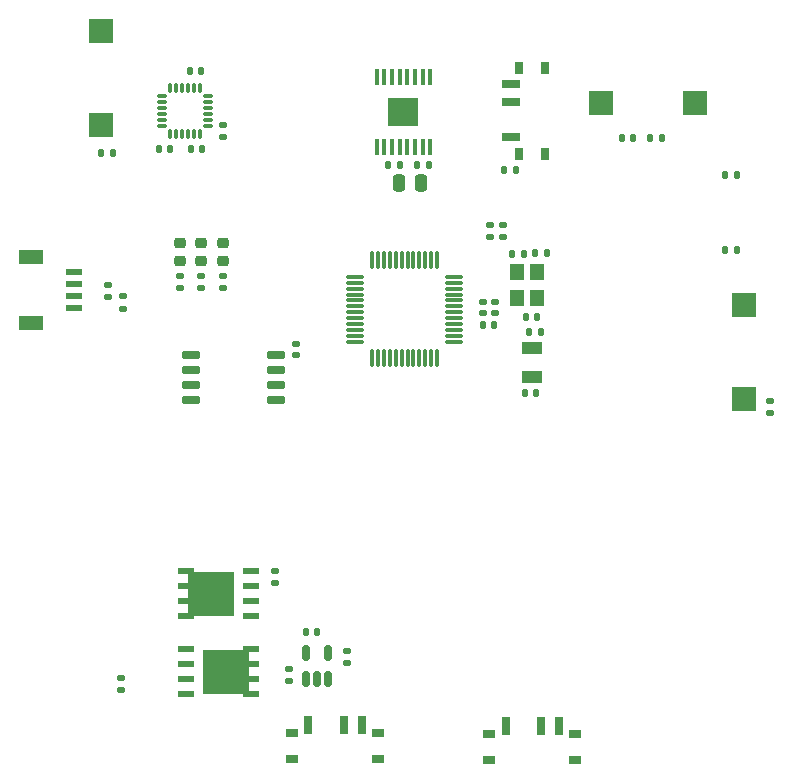
<source format=gtp>
%TF.GenerationSoftware,KiCad,Pcbnew,(6.0.0-0)*%
%TF.CreationDate,2022-06-01T09:02:51+02:00*%
%TF.ProjectId,Zumo_PiZero,5a756d6f-5f50-4695-9a65-726f2e6b6963,rev?*%
%TF.SameCoordinates,Original*%
%TF.FileFunction,Paste,Top*%
%TF.FilePolarity,Positive*%
%FSLAX46Y46*%
G04 Gerber Fmt 4.6, Leading zero omitted, Abs format (unit mm)*
G04 Created by KiCad (PCBNEW (6.0.0-0)) date 2022-06-01 09:02:51*
%MOMM*%
%LPD*%
G01*
G04 APERTURE LIST*
G04 Aperture macros list*
%AMRoundRect*
0 Rectangle with rounded corners*
0 $1 Rounding radius*
0 $2 $3 $4 $5 $6 $7 $8 $9 X,Y pos of 4 corners*
0 Add a 4 corners polygon primitive as box body*
4,1,4,$2,$3,$4,$5,$6,$7,$8,$9,$2,$3,0*
0 Add four circle primitives for the rounded corners*
1,1,$1+$1,$2,$3*
1,1,$1+$1,$4,$5*
1,1,$1+$1,$6,$7*
1,1,$1+$1,$8,$9*
0 Add four rect primitives between the rounded corners*
20,1,$1+$1,$2,$3,$4,$5,0*
20,1,$1+$1,$4,$5,$6,$7,0*
20,1,$1+$1,$6,$7,$8,$9,0*
20,1,$1+$1,$8,$9,$2,$3,0*%
G04 Aperture macros list end*
%ADD10RoundRect,0.075000X-0.350000X-0.075000X0.350000X-0.075000X0.350000X0.075000X-0.350000X0.075000X0*%
%ADD11RoundRect,0.075000X0.075000X-0.350000X0.075000X0.350000X-0.075000X0.350000X-0.075000X-0.350000X0*%
%ADD12RoundRect,0.135000X-0.185000X0.135000X-0.185000X-0.135000X0.185000X-0.135000X0.185000X0.135000X0*%
%ADD13RoundRect,0.150000X-0.650000X-0.150000X0.650000X-0.150000X0.650000X0.150000X-0.650000X0.150000X0*%
%ADD14RoundRect,0.140000X-0.140000X-0.170000X0.140000X-0.170000X0.140000X0.170000X-0.140000X0.170000X0*%
%ADD15RoundRect,0.135000X0.135000X0.185000X-0.135000X0.185000X-0.135000X-0.185000X0.135000X-0.185000X0*%
%ADD16R,1.348740X0.599440*%
%ADD17R,1.998980X1.198880*%
%ADD18R,0.449999X1.400000*%
%ADD19R,2.560000X2.460000*%
%ADD20RoundRect,0.140000X0.170000X-0.140000X0.170000X0.140000X-0.170000X0.140000X-0.170000X-0.140000X0*%
%ADD21RoundRect,0.140000X0.140000X0.170000X-0.140000X0.170000X-0.140000X-0.170000X0.140000X-0.170000X0*%
%ADD22R,1.200000X1.400000*%
%ADD23R,2.000000X2.000000*%
%ADD24RoundRect,0.150000X0.150000X-0.512500X0.150000X0.512500X-0.150000X0.512500X-0.150000X-0.512500X0*%
%ADD25R,1.420000X0.610000*%
%ADD26R,3.910000X3.750000*%
%ADD27RoundRect,0.250000X-0.250000X-0.475000X0.250000X-0.475000X0.250000X0.475000X-0.250000X0.475000X0*%
%ADD28RoundRect,0.140000X-0.170000X0.140000X-0.170000X-0.140000X0.170000X-0.140000X0.170000X0.140000X0*%
%ADD29R,1.000000X0.800000*%
%ADD30R,0.700000X1.500000*%
%ADD31RoundRect,0.135000X-0.135000X-0.185000X0.135000X-0.185000X0.135000X0.185000X-0.135000X0.185000X0*%
%ADD32RoundRect,0.135000X0.185000X-0.135000X0.185000X0.135000X-0.185000X0.135000X-0.185000X-0.135000X0*%
%ADD33RoundRect,0.218750X-0.256250X0.218750X-0.256250X-0.218750X0.256250X-0.218750X0.256250X0.218750X0*%
%ADD34RoundRect,0.075000X0.662500X0.075000X-0.662500X0.075000X-0.662500X-0.075000X0.662500X-0.075000X0*%
%ADD35RoundRect,0.075000X0.075000X0.662500X-0.075000X0.662500X-0.075000X-0.662500X0.075000X-0.662500X0*%
%ADD36R,1.800000X1.000000*%
%ADD37R,0.800000X1.000000*%
%ADD38R,1.500000X0.700000*%
G04 APERTURE END LIST*
D10*
%TO.C,U6*%
X92466000Y-86244000D03*
X92466000Y-86744000D03*
X92466000Y-87244000D03*
X92466000Y-87744000D03*
X92466000Y-88244000D03*
X92466000Y-88744000D03*
D11*
X93166000Y-89444000D03*
X93666000Y-89444000D03*
X94166000Y-89444000D03*
X94666000Y-89444000D03*
X95166000Y-89444000D03*
X95666000Y-89444000D03*
D10*
X96366000Y-88744000D03*
X96366000Y-88244000D03*
X96366000Y-87744000D03*
X96366000Y-87244000D03*
X96366000Y-86744000D03*
X96366000Y-86244000D03*
D11*
X95666000Y-85544000D03*
X95166000Y-85544000D03*
X94666000Y-85544000D03*
X94166000Y-85544000D03*
X93666000Y-85544000D03*
X93166000Y-85544000D03*
%TD*%
D12*
%TO.C,R1*%
X89000000Y-135500000D03*
X89000000Y-136520000D03*
%TD*%
D13*
%TO.C,U5*%
X94922000Y-108213000D03*
X94922000Y-109483000D03*
X94922000Y-110753000D03*
X94922000Y-112023000D03*
X102122000Y-112023000D03*
X102122000Y-110753000D03*
X102122000Y-109483000D03*
X102122000Y-108213000D03*
%TD*%
D12*
%TO.C,R6*%
X121349000Y-97173000D03*
X121349000Y-98193000D03*
%TD*%
%TO.C,R3*%
X143957000Y-112049000D03*
X143957000Y-113069000D03*
%TD*%
D14*
%TO.C,C5*%
X123163993Y-111403940D03*
X124123993Y-111403940D03*
%TD*%
%TO.C,C16*%
X114080000Y-92104999D03*
X115040000Y-92104999D03*
%TD*%
D15*
%TO.C,R13*%
X141160000Y-92919000D03*
X140140000Y-92919000D03*
%TD*%
D16*
%TO.C,J3*%
X85013285Y-101185400D03*
X85013285Y-102186160D03*
X85013285Y-103181840D03*
X85013285Y-104182600D03*
D17*
X81340445Y-105483080D03*
X81340445Y-99884920D03*
%TD*%
D18*
%TO.C,U7*%
X115174999Y-84625001D03*
X114524998Y-84625001D03*
X113874999Y-84625001D03*
X113224998Y-84625001D03*
X112574999Y-84625001D03*
X111924998Y-84625001D03*
X111274999Y-84625001D03*
X110624998Y-84625001D03*
X110624998Y-90525002D03*
X111274999Y-90525002D03*
X111924998Y-90525002D03*
X112574999Y-90525002D03*
X113224998Y-90525002D03*
X113874999Y-90525002D03*
X114524998Y-90525002D03*
X115174999Y-90525002D03*
D19*
X112900000Y-87575000D03*
%TD*%
D20*
%TO.C,C12*%
X103822000Y-108206000D03*
X103822000Y-107246000D03*
%TD*%
%TO.C,C1*%
X103250000Y-135750000D03*
X103250000Y-134790000D03*
%TD*%
D12*
%TO.C,R11*%
X95800000Y-101490000D03*
X95800000Y-102510000D03*
%TD*%
D21*
%TO.C,C13*%
X93175000Y-90747000D03*
X92215000Y-90747000D03*
%TD*%
D22*
%TO.C,Y1*%
X124205521Y-103376790D03*
X124205521Y-101176790D03*
X122505521Y-101176790D03*
X122505521Y-103376790D03*
%TD*%
D23*
%TO.C,SW5*%
X129603000Y-86855000D03*
X137603000Y-86855000D03*
%TD*%
D12*
%TO.C,R10*%
X94000000Y-101490000D03*
X94000000Y-102510000D03*
%TD*%
D21*
%TO.C,C8*%
X124513608Y-106254082D03*
X123553608Y-106254082D03*
%TD*%
D24*
%TO.C,U2*%
X104650000Y-135637500D03*
X105600000Y-135637500D03*
X106550000Y-135637500D03*
X106550000Y-133362500D03*
X104650000Y-133362500D03*
%TD*%
D25*
%TO.C,D1*%
X94470000Y-133095000D03*
X94470000Y-134365000D03*
X94470000Y-135635000D03*
X94470000Y-136905000D03*
X99960000Y-136905000D03*
X99960000Y-135630000D03*
X99960000Y-134365000D03*
X99960000Y-133095000D03*
D26*
X97875000Y-135000000D03*
%TD*%
D27*
%TO.C,C14*%
X112500000Y-93641999D03*
X114400000Y-93641999D03*
%TD*%
D28*
%TO.C,C15*%
X97608000Y-88738000D03*
X97608000Y-89698000D03*
%TD*%
D14*
%TO.C,C7*%
X124057097Y-99570692D03*
X125017097Y-99570692D03*
%TD*%
%TO.C,C19*%
X111629000Y-92110999D03*
X112589000Y-92110999D03*
%TD*%
D29*
%TO.C,SW2*%
X127450000Y-142430000D03*
X120150000Y-142430000D03*
X120150000Y-140220000D03*
X127450000Y-140220000D03*
D30*
X121550000Y-139570000D03*
X124550000Y-139570000D03*
X126050000Y-139570000D03*
%TD*%
D31*
%TO.C,R16*%
X121380000Y-92550000D03*
X122400000Y-92550000D03*
%TD*%
D23*
%TO.C,SW3*%
X141756000Y-111913000D03*
X141756000Y-103913000D03*
%TD*%
D21*
%TO.C,C4*%
X132333000Y-89784000D03*
X131373000Y-89784000D03*
%TD*%
D32*
%TO.C,R2*%
X102000000Y-127510000D03*
X102000000Y-126490000D03*
%TD*%
D15*
%TO.C,R12*%
X141160000Y-99269000D03*
X140140000Y-99269000D03*
%TD*%
D21*
%TO.C,C6*%
X124206000Y-104967000D03*
X123246000Y-104967000D03*
%TD*%
D33*
%TO.C,D3*%
X97600000Y-98675000D03*
X97600000Y-100250000D03*
%TD*%
D34*
%TO.C,U4*%
X117162500Y-107050000D03*
X117162500Y-106550000D03*
X117162500Y-106050000D03*
X117162500Y-105550000D03*
X117162500Y-105050000D03*
X117162500Y-104550000D03*
X117162500Y-104050000D03*
X117162500Y-103550000D03*
X117162500Y-103050000D03*
X117162500Y-102550000D03*
X117162500Y-102050000D03*
X117162500Y-101550000D03*
D35*
X115750000Y-100137500D03*
X115250000Y-100137500D03*
X114750000Y-100137500D03*
X114250000Y-100137500D03*
X113750000Y-100137500D03*
X113250000Y-100137500D03*
X112750000Y-100137500D03*
X112250000Y-100137500D03*
X111750000Y-100137500D03*
X111250000Y-100137500D03*
X110750000Y-100137500D03*
X110250000Y-100137500D03*
D34*
X108837500Y-101550000D03*
X108837500Y-102050000D03*
X108837500Y-102550000D03*
X108837500Y-103050000D03*
X108837500Y-103550000D03*
X108837500Y-104050000D03*
X108837500Y-104550000D03*
X108837500Y-105050000D03*
X108837500Y-105550000D03*
X108837500Y-106050000D03*
X108837500Y-106550000D03*
X108837500Y-107050000D03*
D35*
X110250000Y-108462500D03*
X110750000Y-108462500D03*
X111250000Y-108462500D03*
X111750000Y-108462500D03*
X112250000Y-108462500D03*
X112750000Y-108462500D03*
X113250000Y-108462500D03*
X113750000Y-108462500D03*
X114250000Y-108462500D03*
X114750000Y-108462500D03*
X115250000Y-108462500D03*
X115750000Y-108462500D03*
%TD*%
D31*
%TO.C,R4*%
X87280000Y-91100000D03*
X88300000Y-91100000D03*
%TD*%
D32*
%TO.C,R7*%
X120247000Y-98182000D03*
X120247000Y-97162000D03*
%TD*%
D21*
%TO.C,C18*%
X95750000Y-84150000D03*
X94790000Y-84150000D03*
%TD*%
D29*
%TO.C,SW1*%
X110750000Y-142400000D03*
X103450000Y-140190000D03*
X110750000Y-140190000D03*
X103450000Y-142400000D03*
D30*
X104850000Y-139540000D03*
X107850000Y-139540000D03*
X109350000Y-139540000D03*
%TD*%
D20*
%TO.C,C9*%
X120682500Y-104630000D03*
X120682500Y-103670000D03*
%TD*%
D28*
%TO.C,C2*%
X108100000Y-133250000D03*
X108100000Y-134210000D03*
%TD*%
D25*
%TO.C,D2*%
X99994500Y-130300036D03*
X99994500Y-129030036D03*
X99994500Y-127760036D03*
X99994500Y-126490036D03*
X94504500Y-126490036D03*
X94504500Y-127765036D03*
X94504500Y-129030036D03*
X94504500Y-130300036D03*
D26*
X96589500Y-128395036D03*
%TD*%
D36*
%TO.C,Y2*%
X123784000Y-110073000D03*
X123784000Y-107573000D03*
%TD*%
D12*
%TO.C,R14*%
X87879000Y-102219000D03*
X87879000Y-103239000D03*
%TD*%
D31*
%TO.C,R5*%
X133812000Y-89784000D03*
X134832000Y-89784000D03*
%TD*%
D33*
%TO.C,D4*%
X94000000Y-98675000D03*
X94000000Y-100250000D03*
%TD*%
D20*
%TO.C,C10*%
X119620000Y-104630000D03*
X119620000Y-103670000D03*
%TD*%
D37*
%TO.C,SW6*%
X122694000Y-91133000D03*
X124904000Y-83833000D03*
X122694000Y-83833000D03*
X124904000Y-91133000D03*
D38*
X122044000Y-89733000D03*
X122044000Y-86733000D03*
X122044000Y-85233000D03*
%TD*%
D23*
%TO.C,SW4*%
X87300000Y-88700000D03*
X87300000Y-80700000D03*
%TD*%
D14*
%TO.C,C17*%
X94918000Y-90703000D03*
X95878000Y-90703000D03*
%TD*%
D12*
%TO.C,R15*%
X89189000Y-103217000D03*
X89189000Y-104237000D03*
%TD*%
D14*
%TO.C,C3*%
X104663000Y-131646000D03*
X105623000Y-131646000D03*
%TD*%
D15*
%TO.C,R8*%
X123094068Y-99582006D03*
X122074068Y-99582006D03*
%TD*%
D14*
%TO.C,C11*%
X119620000Y-105634000D03*
X120580000Y-105634000D03*
%TD*%
D12*
%TO.C,R9*%
X97600000Y-101490000D03*
X97600000Y-102510000D03*
%TD*%
D33*
%TO.C,D5*%
X95800000Y-98675000D03*
X95800000Y-100250000D03*
%TD*%
M02*

</source>
